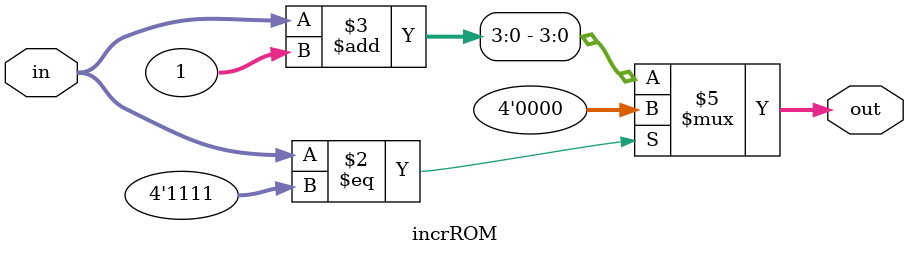
<source format=sv>
`timescale 1ns / 1ps

module incrROM(
    input logic [3:0] in,
    output logic [3:0] out
    );
    
    
always @(*) begin

    if (in == 4'b1111)
        out = 4'b0000;
    else
        out = in + 1;
end



endmodule

</source>
